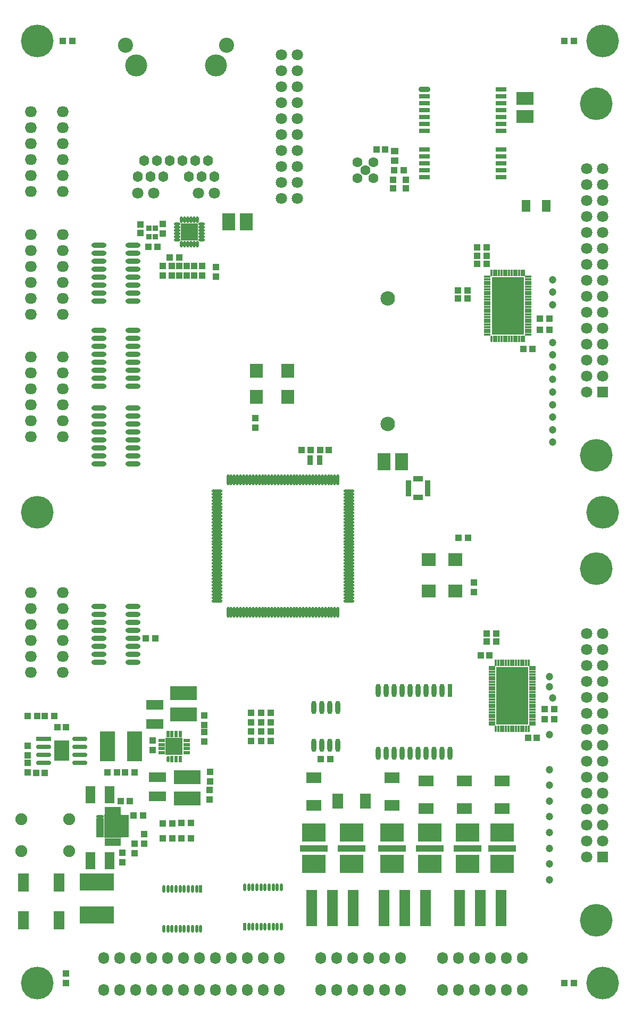
<source format=gts>
G04 Layer_Color=8388736*
%FSLAX44Y44*%
%MOMM*%
G71*
G01*
G75*
%ADD108R,1.0032X1.1032*%
%ADD109R,1.1032X1.0032*%
%ADD110O,1.0532X0.5032*%
%ADD111O,0.5032X1.0532*%
%ADD112R,2.8032X2.8032*%
%ADD113R,5.5032X2.7032*%
%ADD114C,1.2032*%
%ADD115R,2.0032X2.7032*%
%ADD116R,0.8500X0.9500*%
%ADD117R,1.0032X0.4032*%
%ADD118R,0.4032X1.0032*%
%ADD119O,0.4032X1.0032*%
%ADD120R,5.2032X9.2032*%
%ADD121R,1.2192X1.0032*%
%ADD122R,0.9032X1.6032*%
%ADD123R,0.5032X0.9032*%
%ADD124R,0.9032X0.5032*%
%ADD125R,1.0032X0.5032*%
%ADD126R,0.5032X1.0032*%
%ADD127O,0.5032X1.0032*%
%ADD128R,2.8032X2.8032*%
%ADD129R,2.8032X1.6032*%
%ADD130R,4.2032X2.2032*%
%ADD131R,2.4032X0.7032*%
%ADD132O,2.4032X0.7032*%
%ADD133R,2.3332X3.2032*%
%ADD134R,1.6032X2.8032*%
%ADD135R,0.5032X1.2032*%
%ADD136R,1.2032X0.5032*%
%ADD137O,1.2032X0.5032*%
%ADD138R,2.8032X3.8032*%
%ADD139R,1.8032X3.0032*%
%ADD140R,2.4032X1.7032*%
%ADD141R,3.7032X3.0032*%
%ADD142R,4.5032X1.0032*%
%ADD143R,1.7032X2.4032*%
%ADD144R,1.8032X5.8032*%
%ADD145O,2.4032X0.8032*%
%ADD146R,1.4532X1.9032*%
%ADD147O,0.4532X1.7532*%
%ADD148O,1.7532X0.4532*%
%ADD149R,2.0032X2.2032*%
%ADD150R,2.2032X2.0032*%
%ADD151O,0.8032X2.1032*%
%ADD152O,0.5032X1.2032*%
%ADD153R,0.5032X1.2032*%
G04:AMPARAMS|DCode=154|XSize=1.8032mm|YSize=0.8032mm|CornerRadius=0.2516mm|HoleSize=0mm|Usage=FLASHONLY|Rotation=0.000|XOffset=0mm|YOffset=0mm|HoleType=Round|Shape=RoundedRectangle|*
%AMROUNDEDRECTD154*
21,1,1.8032,0.3000,0,0,0.0*
21,1,1.3000,0.8032,0,0,0.0*
1,1,0.5032,0.6500,-0.1500*
1,1,0.5032,-0.6500,-0.1500*
1,1,0.5032,-0.6500,0.1500*
1,1,0.5032,0.6500,0.1500*
%
%ADD154ROUNDEDRECTD154*%
%ADD155R,1.8032X0.8032*%
%ADD156R,0.8032X2.1032*%
%ADD157O,0.8032X2.1032*%
%ADD158R,2.7032X2.0032*%
%ADD159R,2.4032X4.7032*%
%ADD160C,1.8032*%
%ADD161C,2.3032*%
%ADD162O,1.7032X1.9032*%
%ADD163O,1.6032X1.7032*%
%ADD164C,3.5032*%
%ADD165C,2.4032*%
%ADD166O,1.9032X1.7032*%
%ADD167C,1.6032*%
%ADD168R,1.8032X1.8032*%
%ADD169C,1.9032*%
%ADD170C,5.2032*%
%ADD171C,0.7032*%
D108*
X904000Y1677000D02*
D03*
X890000D02*
D03*
X933620Y1644000D02*
D03*
X918380D02*
D03*
X1189380Y1850000D02*
D03*
X1204620D02*
D03*
X1189380Y350000D02*
D03*
X1204620D02*
D03*
X405620Y1850000D02*
D03*
X390380D02*
D03*
X1150380Y1408000D02*
D03*
X1165620D02*
D03*
X1150380Y1390000D02*
D03*
X1165620D02*
D03*
X541000Y1522000D02*
D03*
X527000D02*
D03*
X560380Y1505000D02*
D03*
X575620D02*
D03*
X1124000Y1360000D02*
D03*
X1138000D02*
D03*
X1065620Y1521000D02*
D03*
X1050380D02*
D03*
X1065620Y1508000D02*
D03*
X1050380D02*
D03*
X1065620Y1495000D02*
D03*
X1050380D02*
D03*
X1034620Y1453000D02*
D03*
X1019380D02*
D03*
X1034620Y1440000D02*
D03*
X1019380D02*
D03*
X1157380Y786000D02*
D03*
X1172620D02*
D03*
X1157380Y770000D02*
D03*
X1172620D02*
D03*
X1131000Y741000D02*
D03*
X1145000D02*
D03*
X1070000Y872000D02*
D03*
X1056000D02*
D03*
X1080620Y894000D02*
D03*
X1065380D02*
D03*
X1080620Y907000D02*
D03*
X1065380D02*
D03*
X489380Y686000D02*
D03*
X504620D02*
D03*
X461380D02*
D03*
X476620D02*
D03*
X594620Y605000D02*
D03*
X579380D02*
D03*
X564620Y604000D02*
D03*
X549380D02*
D03*
X564620Y581000D02*
D03*
X549380D02*
D03*
X594620Y581000D02*
D03*
X579380D02*
D03*
X349620Y775000D02*
D03*
X334380D02*
D03*
X376620D02*
D03*
X361380D02*
D03*
X382000Y758000D02*
D03*
X396000D02*
D03*
X362000Y685000D02*
D03*
X348000D02*
D03*
X483000Y640000D02*
D03*
X497000D02*
D03*
X518620Y617000D02*
D03*
X503380D02*
D03*
X816620Y707000D02*
D03*
X801380D02*
D03*
X800000Y1199000D02*
D03*
X814000D02*
D03*
X785000Y1199000D02*
D03*
X771000D02*
D03*
X1020380Y1059000D02*
D03*
X1035620D02*
D03*
X522380Y899000D02*
D03*
X537620D02*
D03*
D109*
X937000Y1615000D02*
D03*
Y1629000D02*
D03*
X916000Y1615000D02*
D03*
Y1629000D02*
D03*
X396000Y365620D02*
D03*
Y350380D02*
D03*
X550000Y1558620D02*
D03*
Y1543380D02*
D03*
X514000Y1558000D02*
D03*
Y1544000D02*
D03*
X634000Y1489620D02*
D03*
Y1474380D02*
D03*
X612000Y1476380D02*
D03*
Y1491620D02*
D03*
X600000D02*
D03*
Y1476380D02*
D03*
X588000D02*
D03*
Y1491620D02*
D03*
X576000D02*
D03*
Y1476380D02*
D03*
X564000Y1491620D02*
D03*
Y1476380D02*
D03*
X550000D02*
D03*
Y1491620D02*
D03*
X697000Y1234380D02*
D03*
Y1249620D02*
D03*
X616000Y761380D02*
D03*
Y776620D02*
D03*
Y734380D02*
D03*
Y749620D02*
D03*
X534000Y721380D02*
D03*
Y736620D02*
D03*
X625000Y686620D02*
D03*
Y671380D02*
D03*
X624000Y657620D02*
D03*
Y642380D02*
D03*
X335000Y712380D02*
D03*
Y727620D02*
D03*
Y685380D02*
D03*
Y700620D02*
D03*
X520000Y587620D02*
D03*
Y572380D02*
D03*
X505000Y572620D02*
D03*
Y557380D02*
D03*
X485000Y557620D02*
D03*
Y542380D02*
D03*
X690000Y735380D02*
D03*
Y750620D02*
D03*
X706000Y735380D02*
D03*
Y750620D02*
D03*
X722000Y735380D02*
D03*
Y750620D02*
D03*
X690000Y765380D02*
D03*
Y780620D02*
D03*
X706000Y765380D02*
D03*
Y780620D02*
D03*
X722000Y765380D02*
D03*
Y780620D02*
D03*
X1045000Y972380D02*
D03*
Y987620D02*
D03*
D110*
X572500Y1558500D02*
D03*
Y1553500D02*
D03*
Y1548500D02*
D03*
Y1543500D02*
D03*
Y1538500D02*
D03*
Y1533500D02*
D03*
X611500D02*
D03*
Y1538500D02*
D03*
Y1543500D02*
D03*
Y1548500D02*
D03*
Y1553500D02*
D03*
Y1558500D02*
D03*
D111*
X579500Y1526500D02*
D03*
X584500D02*
D03*
X589500D02*
D03*
X594500D02*
D03*
X599500D02*
D03*
X604500D02*
D03*
Y1565500D02*
D03*
X599500D02*
D03*
X594500D02*
D03*
X589500D02*
D03*
X584500D02*
D03*
X579500D02*
D03*
D112*
X592000Y1546000D02*
D03*
D113*
X445000Y511000D02*
D03*
Y459000D02*
D03*
D114*
X1170000Y1470000D02*
D03*
Y1450000D02*
D03*
Y1430000D02*
D03*
Y1370000D02*
D03*
Y1350000D02*
D03*
Y1330500D02*
D03*
Y1311000D02*
D03*
Y1291000D02*
D03*
Y1271000D02*
D03*
Y1251000D02*
D03*
Y1231000D02*
D03*
Y1211034D02*
D03*
Y804000D02*
D03*
X1165000Y822000D02*
D03*
Y838000D02*
D03*
Y746000D02*
D03*
Y690000D02*
D03*
Y665000D02*
D03*
Y640000D02*
D03*
Y615000D02*
D03*
Y590000D02*
D03*
Y565000D02*
D03*
Y540000D02*
D03*
Y515000D02*
D03*
D115*
X655000Y1562000D02*
D03*
X683000D02*
D03*
X902000Y1180000D02*
D03*
X930000D02*
D03*
D116*
X527750Y1551750D02*
D03*
Y1538250D02*
D03*
X538250D02*
D03*
Y1551750D02*
D03*
D117*
X1066500Y1382500D02*
D03*
Y1386500D02*
D03*
Y1390500D02*
D03*
Y1394500D02*
D03*
Y1398500D02*
D03*
Y1402500D02*
D03*
Y1406500D02*
D03*
Y1410500D02*
D03*
Y1414500D02*
D03*
Y1418500D02*
D03*
Y1422500D02*
D03*
Y1426500D02*
D03*
Y1430500D02*
D03*
Y1434500D02*
D03*
Y1438500D02*
D03*
Y1442500D02*
D03*
Y1446500D02*
D03*
Y1450500D02*
D03*
Y1454500D02*
D03*
Y1458500D02*
D03*
Y1462500D02*
D03*
Y1466500D02*
D03*
Y1470500D02*
D03*
Y1474500D02*
D03*
X1131500D02*
D03*
Y1470500D02*
D03*
Y1466500D02*
D03*
Y1462500D02*
D03*
Y1458500D02*
D03*
Y1454500D02*
D03*
Y1450500D02*
D03*
Y1446500D02*
D03*
Y1442500D02*
D03*
Y1438500D02*
D03*
Y1434500D02*
D03*
Y1430500D02*
D03*
Y1426500D02*
D03*
Y1422500D02*
D03*
Y1418500D02*
D03*
Y1414500D02*
D03*
Y1410500D02*
D03*
Y1406500D02*
D03*
Y1402500D02*
D03*
Y1398500D02*
D03*
Y1394500D02*
D03*
Y1390500D02*
D03*
Y1386500D02*
D03*
Y1382500D02*
D03*
X1073500Y761500D02*
D03*
Y765500D02*
D03*
Y769500D02*
D03*
Y773500D02*
D03*
Y777500D02*
D03*
Y781500D02*
D03*
Y785500D02*
D03*
Y789500D02*
D03*
Y793500D02*
D03*
Y797500D02*
D03*
Y801500D02*
D03*
Y805500D02*
D03*
Y809500D02*
D03*
Y813500D02*
D03*
Y817500D02*
D03*
Y821500D02*
D03*
Y825500D02*
D03*
Y829500D02*
D03*
Y833500D02*
D03*
Y837500D02*
D03*
Y841500D02*
D03*
Y845500D02*
D03*
Y849500D02*
D03*
Y853500D02*
D03*
X1138500D02*
D03*
Y849500D02*
D03*
Y845500D02*
D03*
Y841500D02*
D03*
Y837500D02*
D03*
Y833500D02*
D03*
Y829500D02*
D03*
Y825500D02*
D03*
Y821500D02*
D03*
Y817500D02*
D03*
Y813500D02*
D03*
Y809500D02*
D03*
Y805500D02*
D03*
Y801500D02*
D03*
Y797500D02*
D03*
Y793500D02*
D03*
Y789500D02*
D03*
Y785500D02*
D03*
Y781500D02*
D03*
Y777500D02*
D03*
Y773500D02*
D03*
Y769500D02*
D03*
Y765500D02*
D03*
Y761500D02*
D03*
D118*
X1073000Y1481000D02*
D03*
X1077000D02*
D03*
X1081000D02*
D03*
X1085000D02*
D03*
X1089000D02*
D03*
X1093000D02*
D03*
X1097000D02*
D03*
X1101000D02*
D03*
X1105000D02*
D03*
X1109000D02*
D03*
X1113000D02*
D03*
X1117000D02*
D03*
X1121000D02*
D03*
X1125000D02*
D03*
Y1376000D02*
D03*
X1121000D02*
D03*
X1117000D02*
D03*
X1113000D02*
D03*
X1109000D02*
D03*
X1105000D02*
D03*
X1101000D02*
D03*
X1097000D02*
D03*
X1093000D02*
D03*
X1089000D02*
D03*
X1085000D02*
D03*
X1081000D02*
D03*
X1077000D02*
D03*
X1080000Y860000D02*
D03*
X1084000D02*
D03*
X1088000D02*
D03*
X1092000D02*
D03*
X1096000D02*
D03*
X1100000D02*
D03*
X1104000D02*
D03*
X1108000D02*
D03*
X1112000D02*
D03*
X1116000D02*
D03*
X1120000D02*
D03*
X1124000D02*
D03*
X1128000D02*
D03*
X1132000D02*
D03*
Y755000D02*
D03*
X1128000D02*
D03*
X1124000D02*
D03*
X1120000D02*
D03*
X1116000D02*
D03*
X1112000D02*
D03*
X1108000D02*
D03*
X1104000D02*
D03*
X1100000D02*
D03*
X1096000D02*
D03*
X1092000D02*
D03*
X1088000D02*
D03*
X1084000D02*
D03*
D119*
X1073000Y1376000D02*
D03*
X1080000Y755000D02*
D03*
D120*
X1099000Y1428500D02*
D03*
X1106000Y807500D02*
D03*
D121*
X919000Y1674620D02*
D03*
Y1659380D02*
D03*
D122*
X784500Y1183000D02*
D03*
X799500D02*
D03*
D123*
X951000Y1153000D02*
D03*
X956000D02*
D03*
X961000D02*
D03*
Y1123000D02*
D03*
X956000D02*
D03*
X951000D02*
D03*
D124*
X971000Y1148000D02*
D03*
Y1143000D02*
D03*
Y1138000D02*
D03*
Y1133000D02*
D03*
Y1128000D02*
D03*
X941000D02*
D03*
Y1133000D02*
D03*
Y1138000D02*
D03*
Y1143000D02*
D03*
Y1148000D02*
D03*
D125*
X548000Y717000D02*
D03*
Y723500D02*
D03*
Y730000D02*
D03*
Y736500D02*
D03*
X587500D02*
D03*
Y730000D02*
D03*
Y723500D02*
D03*
Y717000D02*
D03*
D126*
X558000Y747000D02*
D03*
X564500D02*
D03*
X571000D02*
D03*
X577500D02*
D03*
Y707000D02*
D03*
X571000D02*
D03*
X564500D02*
D03*
D127*
X558000D02*
D03*
D128*
X567750Y727000D02*
D03*
D129*
X541000Y678240D02*
D03*
Y647760D02*
D03*
X537000Y762760D02*
D03*
Y793240D02*
D03*
D130*
X589000Y678000D02*
D03*
Y644000D02*
D03*
X583000Y778000D02*
D03*
Y812000D02*
D03*
D131*
X360000Y739000D02*
D03*
D132*
Y726300D02*
D03*
Y713600D02*
D03*
Y700900D02*
D03*
X417500Y739000D02*
D03*
Y726300D02*
D03*
Y713600D02*
D03*
Y700900D02*
D03*
D133*
X388750Y719950D02*
D03*
D134*
X465240Y650000D02*
D03*
X434760D02*
D03*
X465240Y545000D02*
D03*
X434760D02*
D03*
D135*
X460000Y625000D02*
D03*
X465000D02*
D03*
X470000D02*
D03*
X475000D02*
D03*
X480000D02*
D03*
Y575000D02*
D03*
X475000D02*
D03*
X470000D02*
D03*
X465000D02*
D03*
X460000D02*
D03*
D136*
X490000Y615000D02*
D03*
Y610000D02*
D03*
Y605000D02*
D03*
Y600000D02*
D03*
Y595000D02*
D03*
Y590000D02*
D03*
Y585000D02*
D03*
X450000D02*
D03*
Y590000D02*
D03*
Y595000D02*
D03*
Y600000D02*
D03*
Y605000D02*
D03*
Y610000D02*
D03*
D137*
Y615000D02*
D03*
D138*
X470000Y600000D02*
D03*
D139*
X385000Y510000D02*
D03*
X328000D02*
D03*
X385000Y450000D02*
D03*
X328000D02*
D03*
D140*
X790000Y677000D02*
D03*
Y633000D02*
D03*
X915000Y677000D02*
D03*
Y633000D02*
D03*
X1090000Y628000D02*
D03*
Y672000D02*
D03*
X1030000D02*
D03*
Y628000D02*
D03*
X969000D02*
D03*
Y672000D02*
D03*
D141*
X1090000Y590000D02*
D03*
Y540000D02*
D03*
X1035000Y590000D02*
D03*
Y540000D02*
D03*
X975000Y590000D02*
D03*
Y540000D02*
D03*
X915000Y590000D02*
D03*
Y540000D02*
D03*
X850000Y590000D02*
D03*
Y540000D02*
D03*
X790000Y590000D02*
D03*
Y540000D02*
D03*
D142*
X1090000Y565000D02*
D03*
X1035000D02*
D03*
X975000D02*
D03*
X915000D02*
D03*
X850000D02*
D03*
X790000D02*
D03*
D143*
X872000Y640000D02*
D03*
X828000D02*
D03*
D144*
X902000Y470000D02*
D03*
X968000D02*
D03*
X935000D02*
D03*
X787000D02*
D03*
X853000D02*
D03*
X820000D02*
D03*
X1022000D02*
D03*
X1088000D02*
D03*
X1055000D02*
D03*
D145*
X448000Y1524450D02*
D03*
Y1511750D02*
D03*
Y1499050D02*
D03*
Y1486350D02*
D03*
Y1473650D02*
D03*
Y1460950D02*
D03*
Y1448250D02*
D03*
Y1435550D02*
D03*
X502000Y1524450D02*
D03*
Y1511750D02*
D03*
Y1499050D02*
D03*
Y1486350D02*
D03*
Y1473650D02*
D03*
Y1460950D02*
D03*
Y1448250D02*
D03*
Y1435550D02*
D03*
Y1300550D02*
D03*
Y1313250D02*
D03*
Y1325950D02*
D03*
Y1338650D02*
D03*
Y1351350D02*
D03*
Y1364050D02*
D03*
Y1376750D02*
D03*
Y1389450D02*
D03*
X448000Y1300550D02*
D03*
Y1313250D02*
D03*
Y1325950D02*
D03*
Y1338650D02*
D03*
Y1351350D02*
D03*
Y1364050D02*
D03*
Y1376750D02*
D03*
Y1389450D02*
D03*
Y1265450D02*
D03*
Y1252750D02*
D03*
Y1240050D02*
D03*
Y1227350D02*
D03*
Y1214650D02*
D03*
Y1201950D02*
D03*
Y1189250D02*
D03*
Y1176550D02*
D03*
X502000Y1265450D02*
D03*
Y1252750D02*
D03*
Y1240050D02*
D03*
Y1227350D02*
D03*
Y1214650D02*
D03*
Y1201950D02*
D03*
Y1189250D02*
D03*
Y1176550D02*
D03*
Y860550D02*
D03*
Y873250D02*
D03*
Y885950D02*
D03*
Y898650D02*
D03*
Y911350D02*
D03*
Y924050D02*
D03*
Y936750D02*
D03*
Y949450D02*
D03*
X448000Y860550D02*
D03*
Y873250D02*
D03*
Y885950D02*
D03*
Y898650D02*
D03*
Y911350D02*
D03*
Y924050D02*
D03*
Y936750D02*
D03*
Y949450D02*
D03*
D146*
X1128000Y1586998D02*
D03*
X1160000D02*
D03*
D147*
X828500Y1151250D02*
D03*
X823500D02*
D03*
X818500D02*
D03*
X813500D02*
D03*
X808500D02*
D03*
X803500D02*
D03*
X798500D02*
D03*
X793500D02*
D03*
X788500D02*
D03*
X783500D02*
D03*
X778500D02*
D03*
X773500D02*
D03*
X768500D02*
D03*
X763500D02*
D03*
X758500D02*
D03*
X753500D02*
D03*
X748500D02*
D03*
X743500D02*
D03*
X738500D02*
D03*
X733500D02*
D03*
X728500D02*
D03*
X723500D02*
D03*
X718500D02*
D03*
X713500D02*
D03*
X708500D02*
D03*
X703500D02*
D03*
X698500D02*
D03*
X693500D02*
D03*
X688500D02*
D03*
X683500D02*
D03*
X678500D02*
D03*
X673500D02*
D03*
X668500D02*
D03*
X663500D02*
D03*
X658500D02*
D03*
X653500D02*
D03*
Y940750D02*
D03*
X658500D02*
D03*
X663500D02*
D03*
X668500D02*
D03*
X673500D02*
D03*
X678500D02*
D03*
X683500D02*
D03*
X688500D02*
D03*
X693500D02*
D03*
X698500D02*
D03*
X703500D02*
D03*
X708500D02*
D03*
X713500D02*
D03*
X718500D02*
D03*
X723500D02*
D03*
X728500D02*
D03*
X733500D02*
D03*
X738500D02*
D03*
X743500D02*
D03*
X748500D02*
D03*
X753500D02*
D03*
X758500D02*
D03*
X763500D02*
D03*
X768500D02*
D03*
X773500D02*
D03*
X778500D02*
D03*
X783500D02*
D03*
X788500D02*
D03*
X793500D02*
D03*
X798500D02*
D03*
X803500D02*
D03*
X808500D02*
D03*
X813500D02*
D03*
X818500D02*
D03*
X823500D02*
D03*
X828500D02*
D03*
D148*
X635750Y1133500D02*
D03*
Y1128500D02*
D03*
Y1123500D02*
D03*
Y1118500D02*
D03*
Y1113500D02*
D03*
Y1108500D02*
D03*
Y1103500D02*
D03*
Y1098500D02*
D03*
Y1093500D02*
D03*
Y1088500D02*
D03*
Y1083500D02*
D03*
Y1078500D02*
D03*
Y1073500D02*
D03*
Y1068500D02*
D03*
Y1063500D02*
D03*
Y1058500D02*
D03*
Y1053500D02*
D03*
Y1048500D02*
D03*
Y1043500D02*
D03*
Y1038500D02*
D03*
Y1033500D02*
D03*
Y1028500D02*
D03*
Y1023500D02*
D03*
Y1018500D02*
D03*
Y1013500D02*
D03*
Y1008500D02*
D03*
Y1003500D02*
D03*
Y998500D02*
D03*
Y993500D02*
D03*
Y988500D02*
D03*
Y983500D02*
D03*
Y978500D02*
D03*
Y973500D02*
D03*
Y968500D02*
D03*
Y963500D02*
D03*
Y958500D02*
D03*
X846250D02*
D03*
Y963500D02*
D03*
Y968500D02*
D03*
Y973500D02*
D03*
Y978500D02*
D03*
Y983500D02*
D03*
Y988500D02*
D03*
Y993500D02*
D03*
Y998500D02*
D03*
Y1003500D02*
D03*
Y1008500D02*
D03*
Y1013500D02*
D03*
Y1018500D02*
D03*
Y1023500D02*
D03*
Y1028500D02*
D03*
Y1033500D02*
D03*
Y1038500D02*
D03*
Y1043500D02*
D03*
Y1048500D02*
D03*
Y1053500D02*
D03*
Y1058500D02*
D03*
Y1063500D02*
D03*
Y1068500D02*
D03*
Y1073500D02*
D03*
Y1078500D02*
D03*
Y1083500D02*
D03*
Y1088500D02*
D03*
Y1093500D02*
D03*
Y1098500D02*
D03*
Y1103500D02*
D03*
Y1108500D02*
D03*
Y1113500D02*
D03*
Y1118500D02*
D03*
Y1123500D02*
D03*
Y1128500D02*
D03*
Y1133500D02*
D03*
D149*
X699000Y1283000D02*
D03*
X749000D02*
D03*
X699000Y1325000D02*
D03*
X749000D02*
D03*
D150*
X1015000Y974000D02*
D03*
Y1024000D02*
D03*
X973000Y974000D02*
D03*
Y1024000D02*
D03*
D151*
X789950Y729000D02*
D03*
X802650D02*
D03*
X815350D02*
D03*
X828050D02*
D03*
X789950Y789000D02*
D03*
X802650D02*
D03*
X815350D02*
D03*
X828050D02*
D03*
D152*
X738500Y503000D02*
D03*
X732000D02*
D03*
X725500D02*
D03*
X719000D02*
D03*
X712500D02*
D03*
X706000D02*
D03*
X699500D02*
D03*
X693000D02*
D03*
X686500D02*
D03*
X680000D02*
D03*
X738500Y440000D02*
D03*
X732000D02*
D03*
X725500D02*
D03*
X719000D02*
D03*
X712500D02*
D03*
X706000D02*
D03*
X699500D02*
D03*
X693000D02*
D03*
X686500D02*
D03*
X551500Y437000D02*
D03*
X558000D02*
D03*
X564500D02*
D03*
X571000D02*
D03*
X577500D02*
D03*
X584000D02*
D03*
X590500D02*
D03*
X597000D02*
D03*
X603500D02*
D03*
X610000D02*
D03*
X551500Y500000D02*
D03*
X558000D02*
D03*
X564500D02*
D03*
X571000D02*
D03*
X577500D02*
D03*
X584000D02*
D03*
X590500D02*
D03*
X597000D02*
D03*
X603500D02*
D03*
D153*
X680000Y440000D02*
D03*
X610000Y500000D02*
D03*
D154*
X966000Y1773000D02*
D03*
D155*
Y1762000D02*
D03*
Y1751000D02*
D03*
Y1740000D02*
D03*
Y1729000D02*
D03*
Y1718000D02*
D03*
Y1707000D02*
D03*
Y1677000D02*
D03*
Y1666000D02*
D03*
Y1655000D02*
D03*
Y1644000D02*
D03*
Y1633000D02*
D03*
X1088000Y1773000D02*
D03*
Y1762000D02*
D03*
Y1751000D02*
D03*
Y1740000D02*
D03*
Y1729000D02*
D03*
Y1718000D02*
D03*
Y1707000D02*
D03*
Y1677000D02*
D03*
Y1666000D02*
D03*
Y1655000D02*
D03*
Y1644000D02*
D03*
Y1633000D02*
D03*
D156*
X1006700Y816000D02*
D03*
D157*
X994000D02*
D03*
X981300D02*
D03*
X968600D02*
D03*
X955900D02*
D03*
X943200D02*
D03*
X930500D02*
D03*
X917800D02*
D03*
X1006700Y716000D02*
D03*
X994000D02*
D03*
X981300D02*
D03*
X968600D02*
D03*
X955900D02*
D03*
X943200D02*
D03*
X930500D02*
D03*
X917800D02*
D03*
X905100Y816000D02*
D03*
X892400D02*
D03*
Y716000D02*
D03*
X905100D02*
D03*
D158*
X1126000Y1730000D02*
D03*
Y1758000D02*
D03*
D159*
X461500Y727000D02*
D03*
X504500D02*
D03*
D160*
X738600Y1751300D02*
D03*
Y1802100D02*
D03*
Y1776700D02*
D03*
Y1827500D02*
D03*
Y1725900D02*
D03*
Y1700500D02*
D03*
Y1675100D02*
D03*
Y1649700D02*
D03*
Y1624300D02*
D03*
Y1598900D02*
D03*
X764000D02*
D03*
Y1624300D02*
D03*
Y1649700D02*
D03*
Y1675100D02*
D03*
Y1700500D02*
D03*
Y1725900D02*
D03*
Y1751300D02*
D03*
Y1776700D02*
D03*
Y1802100D02*
D03*
Y1827500D02*
D03*
X535400Y1608000D02*
D03*
X510000D02*
D03*
X606600D02*
D03*
X632000D02*
D03*
X1224600Y1647000D02*
D03*
Y1621600D02*
D03*
Y1596200D02*
D03*
Y1570800D02*
D03*
Y1545400D02*
D03*
X1250000D02*
D03*
Y1570800D02*
D03*
Y1596200D02*
D03*
Y1621600D02*
D03*
Y1647000D02*
D03*
Y1520000D02*
D03*
Y1494600D02*
D03*
Y1469200D02*
D03*
Y1443800D02*
D03*
Y1418400D02*
D03*
Y1393000D02*
D03*
Y1367600D02*
D03*
Y1342200D02*
D03*
Y1316800D02*
D03*
X1224600Y1291400D02*
D03*
Y1316800D02*
D03*
Y1342200D02*
D03*
Y1367600D02*
D03*
Y1393000D02*
D03*
Y1418400D02*
D03*
Y1520000D02*
D03*
Y1469200D02*
D03*
Y1494600D02*
D03*
Y1443800D02*
D03*
Y907000D02*
D03*
Y881600D02*
D03*
Y856200D02*
D03*
Y830800D02*
D03*
Y805400D02*
D03*
X1250000D02*
D03*
Y830800D02*
D03*
Y856200D02*
D03*
Y881600D02*
D03*
Y907000D02*
D03*
Y780000D02*
D03*
Y754600D02*
D03*
Y729200D02*
D03*
Y703800D02*
D03*
Y678400D02*
D03*
Y653000D02*
D03*
Y627600D02*
D03*
Y602200D02*
D03*
Y576800D02*
D03*
X1224600Y551400D02*
D03*
Y576800D02*
D03*
Y602200D02*
D03*
Y627600D02*
D03*
Y653000D02*
D03*
Y678400D02*
D03*
Y780000D02*
D03*
Y729200D02*
D03*
Y754600D02*
D03*
Y703800D02*
D03*
D161*
X907500Y1440000D02*
D03*
Y1240000D02*
D03*
D162*
X684200Y339600D02*
D03*
X658800D02*
D03*
X633400D02*
D03*
X608000D02*
D03*
X582600D02*
D03*
X557200D02*
D03*
X531800D02*
D03*
X506400D02*
D03*
X481000D02*
D03*
X455600D02*
D03*
Y390400D02*
D03*
X481000D02*
D03*
X506400D02*
D03*
X531800D02*
D03*
X557200D02*
D03*
X582600D02*
D03*
X608000D02*
D03*
X633400D02*
D03*
X658800D02*
D03*
X684200D02*
D03*
X709600Y339600D02*
D03*
X735000D02*
D03*
X709600Y390400D02*
D03*
X735000D02*
D03*
X928000D02*
D03*
X902600D02*
D03*
X928000Y339600D02*
D03*
X902600D02*
D03*
X877200Y390400D02*
D03*
X851800D02*
D03*
X826400D02*
D03*
X801000D02*
D03*
Y339600D02*
D03*
X826400D02*
D03*
X851800D02*
D03*
X877200D02*
D03*
X1122000Y390400D02*
D03*
X1096600D02*
D03*
X1122000Y339600D02*
D03*
X1096600D02*
D03*
X1071200Y390400D02*
D03*
X1045800D02*
D03*
X1020400D02*
D03*
X995000D02*
D03*
Y339600D02*
D03*
X1020400D02*
D03*
X1045800D02*
D03*
X1071200D02*
D03*
D163*
X510100Y1633500D02*
D03*
X530400D02*
D03*
X550700D02*
D03*
X591300D02*
D03*
X611600D02*
D03*
X631900D02*
D03*
X621750Y1658900D02*
D03*
X601450D02*
D03*
X581150D02*
D03*
X560850D02*
D03*
X540550D02*
D03*
X520250D02*
D03*
D164*
X634500Y1811200D02*
D03*
X507500D02*
D03*
D165*
X651650Y1843000D02*
D03*
X490350D02*
D03*
D166*
X390400Y1415000D02*
D03*
Y1440400D02*
D03*
X339600Y1415000D02*
D03*
Y1440400D02*
D03*
X390400Y1465800D02*
D03*
Y1491200D02*
D03*
Y1516600D02*
D03*
Y1542000D02*
D03*
X339600D02*
D03*
Y1516600D02*
D03*
Y1491200D02*
D03*
Y1465800D02*
D03*
X390400Y1220000D02*
D03*
Y1245400D02*
D03*
X339600Y1220000D02*
D03*
Y1245400D02*
D03*
X390400Y1270800D02*
D03*
Y1296200D02*
D03*
Y1321600D02*
D03*
Y1347000D02*
D03*
X339600D02*
D03*
Y1321600D02*
D03*
Y1296200D02*
D03*
Y1270800D02*
D03*
X390400Y1610000D02*
D03*
Y1635400D02*
D03*
X339600Y1610000D02*
D03*
Y1635400D02*
D03*
X390400Y1660800D02*
D03*
Y1686200D02*
D03*
Y1711600D02*
D03*
Y1737000D02*
D03*
X339600D02*
D03*
Y1711600D02*
D03*
Y1686200D02*
D03*
Y1660800D02*
D03*
X390400Y845000D02*
D03*
Y870400D02*
D03*
X339600Y845000D02*
D03*
Y870400D02*
D03*
X390400Y895800D02*
D03*
Y921200D02*
D03*
Y946600D02*
D03*
Y972000D02*
D03*
X339600D02*
D03*
Y946600D02*
D03*
Y921200D02*
D03*
Y895800D02*
D03*
D167*
X860000Y1656700D02*
D03*
X885400D02*
D03*
X860000Y1631300D02*
D03*
X885400D02*
D03*
X872700Y1644000D02*
D03*
D168*
X1250000Y1291400D02*
D03*
Y551400D02*
D03*
D169*
X324200Y610800D02*
D03*
Y560000D02*
D03*
X400400Y610800D02*
D03*
Y560000D02*
D03*
D170*
X1250000Y350000D02*
D03*
X1240000Y450000D02*
D03*
Y1010000D02*
D03*
Y1750000D02*
D03*
X1250000Y1850000D02*
D03*
X350000Y350000D02*
D03*
Y1850000D02*
D03*
X1240000Y1190000D02*
D03*
X1250000Y1100000D02*
D03*
X350000D02*
D03*
D171*
X592000Y1546000D02*
D03*
X602000D02*
D03*
X582000D02*
D03*
X592000Y1556000D02*
D03*
Y1536000D02*
D03*
M02*

</source>
